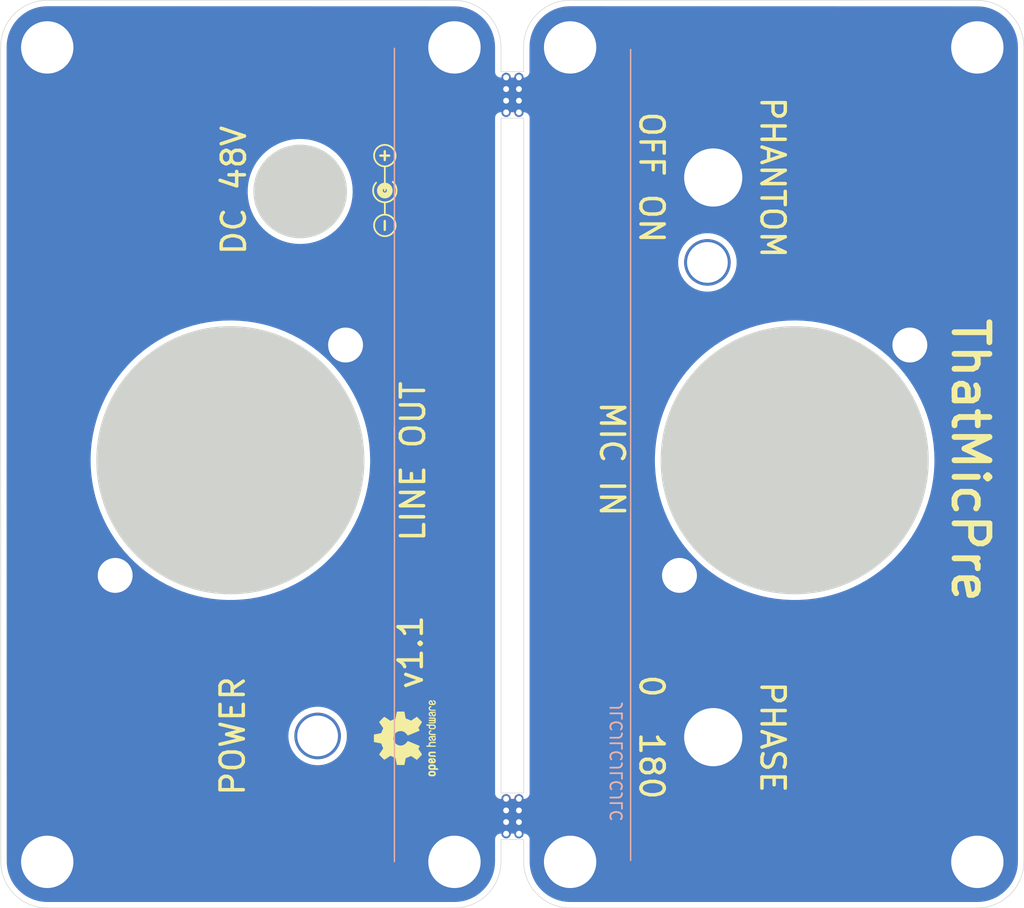
<source format=kicad_pcb>
(kicad_pcb (version 20211014) (generator pcbnew)
  (title_block (title "THAT MicPre Panels") (date "2020-04-13") (rev "1.1") (company "OJG"))
  (layers (0 "F.Cu" signal) (31 "B.Cu" signal) (34 "B.Paste" user) (35 "F.Paste" user) (36 "B.SilkS" user "B.Silkscreen") (37 "F.SilkS" user "F.Silkscreen") (38 "B.Mask" user) (39 "F.Mask" user) (44 "Edge.Cuts" user))
  (net 0 "")
  (net 1 "GND")
  (footprint "Symbol:OSHW-Logo2_7.3x6mm_SilkScreen" (layer "F.Cu") (at 137.6 117.9 90)
    (fp_text reference "REF**" hide)
    (fp_text value "OSHW-Logo2_7.3x6mm_SilkScreen" hide)
    (fp_poly (pts (xy 2.6526 1.958752) (xy 2.669948 1.966334) (xy 2.711356 1.999128) (xy 2.746765 2.046547) (xy 2.768664 2.097151) (xy 2.772229 2.122098) (xy 2.760279 2.156927) (xy 2.734067 2.175357) (xy 2.705964 2.186516) (xy 2.693095 2.188572) (xy 2.686829 2.173649) (xy 2.674456 2.141175) (xy 2.669028 2.126502) (xy 2.63859 2.075744) (xy 2.59452 2.050427) (xy 2.53801 2.051206) (xy 2.533825 2.052203) (xy 2.503655 2.066507) (xy 2.481476 2.094393) (xy 2.466327 2.139287) (xy 2.45725 2.204615) (xy 2.453286 2.293804) (xy 2.452914 2.341261) (xy 2.45273 2.416071) (xy 2.451522 2.467069) (xy 2.448309 2.499471) (xy 2.442109 2.518495) (xy 2.43194 2.529356) (xy 2.416819 2.537272) (xy 2.415946 2.53767) (xy 2.386828 2.549981) (xy 2.372403 2.554514) (xy 2.370186 2.540809) (xy 2.368289 2.502925) (xy 2.366847 2.445715) (xy 2.365998 2.374027) (xy 2.365829 2.321565) (xy 2.366692 2.220047) (xy 2.37007 2.143032) (xy 2.377142 2.086023) (xy 2.389088 2.044526) (xy 2.40709 2.014043) (xy 2.432327 1.99008) (xy 2.457247 1.973355) (xy 2.517171 1.951097) (xy 2.586911 1.946076) (xy 2.6526 1.958752)) (layer "F.SilkS") (width 0.01) (fill solid))
    (fp_poly (pts (xy -1.831697 1.931239) (xy -1.774473 1.969735) (xy -1.730251 2.025335) (xy -1.703833 2.096086) (xy -1.69849 2.148162) (xy -1.699097 2.169893) (xy -1.704178 2.186531) (xy -1.718145 2.201437) (xy -1.745411 2.217973) (xy -1.790388 2.239498) (xy -1.857489 2.269374) (xy -1.857829 2.269524) (xy -1.919593 2.297813) (xy -1.970241 2.322933) (xy -2.004596 2.342179) (xy -2.017482 2.352848) (xy -2.017486 2.352934) (xy -2.006128 2.376166) (xy -1.979569 2.401774) (xy -1.949077 2.420221) (xy -1.93363 2.423886) (xy -1.891485 2.411212) (xy -1.855192 2.379471) (xy -1.837483 2.344572) (xy -1.820448 2.318845) (xy -1.787078 2.289546) (xy -1.747851 2.264235) (xy -1.713244 2.250471) (xy -1.706007 2.249714) (xy -1.697861 2.26216) (xy -1.69737 2.293972) (xy -1.703357 2.336866) (xy -1.714643 2.382558) (xy -1.73005 2.422761) (xy -1.730829 2.424322) (xy -1.777196 2.489062) (xy -1.837289 2.533097) (xy -1.905535 2.554711) (xy -1.976362 2.552185) (xy -2.044196 2.523804) (xy -2.047212 2.521808) (xy -2.100573 2.473448) (xy -2.13566 2.410352) (xy -2.155078 2.327387) (xy -2.157684 2.304078) (xy -2.162299 2.194055) (xy -2.156767 2.142748) (xy -2.017486 2.142748) (xy -2.015676 2.174753) (xy -2.005778 2.184093) (xy -1.981102 2.177105) (xy -1.942205 2.160587) (xy -1.898725 2.139881) (xy -1.897644 2.139333) (xy -1.860791 2.119949) (xy -1.846 2.107013) (xy -1.849647 2.093451) (xy -1.865005 2.075632) (xy -1.904077 2.049845) (xy -1.946154 2.04795) (xy -1.983897 2.066717) (xy -2.009966 2.102915) (xy -2.017486 2.142748) (xy -2.156767 2.142748) (xy -2.152806 2.106027) (xy -2.12845 2.036212) (xy -2.094544 1.987302) (xy -2.033347 1.937878) (xy -1.965937 1.913359) (xy -1.89712 1.911797) (xy -1.831697 1.931239)) (layer "F.SilkS") (width 0.01) (fill solid))
    (fp_poly (pts (xy -2.400256 1.919918) (xy -2.344799 1.947568) (xy -2.295852 1.99848) (xy -2.282371 2.017338) (xy -2.267686 2.042015) (xy -2.258158 2.068816) (xy -2.252707 2.104587) (xy -2.250253 2.156169) (xy -2.249714 2.224267) (xy -2.252148 2.317588) (xy -2.260606 2.387657) (xy -2.276826 2.439931) (xy -2.302546 2.479869) (xy -2.339503 2.512929) (xy -2.342218 2.514886) (xy -2.37864 2.534908) (xy -2.422498 2.544815) (xy -2.478276 2.547257) (xy -2.568952 2.547257) (xy -2.56899 2.635283) (xy -2.569834 2.684308) (xy -2.574976 2.713065) (xy -2.588413 2.730311) (xy -2.614142 2.744808) (xy -2.620321 2.747769) (xy -2.649236 2.761648) (xy -2.671624 2.770414) (xy -2.688271 2.771171) (xy -2.699964 2.761023) (xy -2.70749 2.737073) (xy -2.711634 2.696426) (xy -2.713185 2.636186) (xy -2.712929 2.553455) (xy -2.711651 2.445339) (xy -2.711252 2.413) (xy -2.709815 2.301524) (xy -2.708528 2.228603) (xy -2.569029 2.228603) (xy -2.568245 2.290499) (xy -2.56476 2.330997) (xy -2.556876 2.357708) (xy -2.542895 2.378244) (xy -2.533403 2.38826) (xy -2.494596 2.417567) (xy -2.460237 2.419952) (xy -2.424784 2.39575) (xy -2.423886 2.394857) (xy -2.409461 2.376153) (xy -2.400687 2.350732) (xy -2.396261 2.311584) (xy -2.394882 2.251697) (xy -2.394857 2.23843) (xy -2.398188 2.155901) (xy -2.409031 2.098691) (xy -2.42866 2.063766) (xy -2.45835 2.048094) (xy -2.475509 2.046514) (xy -2.516234 2.053926) (xy -2.544168 2.07833) (xy -2.560983 2.12298) (xy -2.56835 2.19113) (xy -2.569029 2.228603) (xy -2.708528 2.228603) (xy -2.708292 2.215245) (xy -2.706323 2.150333) (xy -2.70355 2.102958) (xy -2.699612 2.06929) (xy -2.694151 2.045498) (xy -2.686808 2.027753) (xy -2.677223 2.012224) (xy -2.673113 2.006381) (xy -2.618595 1.951185) (xy -2.549664 1.91989) (xy -2.469928 1.911165) (xy -2.400256 1.919918)) (layer "F.SilkS") (width 0.01) (fill solid))
    (fp_poly (pts (xy -0.624114 1.851289) (xy -0.619861 1.910613) (xy -0.614975 1.945572) (xy -0.608205 1.96082) (xy -0.598298 1.961015) (xy -0.595086 1.959195) (xy -0.552356 1.946015) (xy -0.496773 1.946785) (xy -0.440263 1.960333) (xy -0.404918 1.977861) (xy -0.368679 2.005861) (xy -0.342187 2.037549) (xy -0.324001 2.077813) (xy -0.312678 2.131543) (xy -0.306778 2.203626) (xy -0.304857 2.298951) (xy -0.304823 2.317237) (xy -0.3048 2.522646) (xy -0.350509 2.53858) (xy -0.382973 2.54942) (xy -0.400785 2.554468) (xy -0.401309 2.554514) (xy -0.403063 2.540828) (xy -0.404556 2.503076) (xy -0.405674 2.446224) (xy -0.406303 2.375234) (xy -0.4064 2.332073) (xy -0.406602 2.246973) (xy -0.407642 2.185981) (xy -0.410169 2.144177) (xy -0.414836 2.116642) (xy -0.422293 2.098456) (xy -0.433189 2.084698) (xy -0.439993 2.078073) (xy -0.486728 2.051375) (xy -0.537728 2.049375) (xy -0.583999 2.071955) (xy -0.592556 2.080107) (xy -0.605107 2.095436) (xy -0.613812 2.113618) (xy -0.619369 2.139909) (xy -0.622474 2.179562) (xy -0.623824 2.237832) (xy -0.624114 2.318173) (xy -0.624114 2.522646) (xy -0.669823 2.53858) (xy -0.702287 2.54942) (xy -0.720099 2.554468) (xy -0.720623 2.554514) (xy -0.721963 2.540623) (xy -0.723172 2.501439) (xy -0.724199 2.4407) (xy -0.724998 2.362141) (xy -0.725519 2.269498) (xy -0.725714 2.166509) (xy -0.725714 1.769342) (xy -0.678543 1.749444) (xy -0.631371 1.729547) (xy -0.624114 1.851289)) (layer "F.SilkS") (width 0.01) (fill solid))
    (fp_poly (pts (xy 0.10391 -2.757652) (xy 0.182454 -2.757222) (xy 0.239298 -2.756058) (xy 0.278105 -2.753793) (xy 0.302538 -2.75006) (xy 0.316262 -2.744494) (xy 0.32294 -2.736727) (xy 0.326236 -2.726395) (xy 0.326556 -2.725057) (xy 0.331562 -2.700921) (xy 0.340829 -2.653299) (xy 0.353392 -2.587259) (xy 0.368287 -2.507872) (xy 0.384551 -2.420204) (xy 0.385119 -2.417125) (xy 0.40141 -2.331211) (xy 0.416652 -2.255304) (xy 0.429861 -2.193955) (xy 0.440054 -2.151718) (xy 0.446248 -2.133145) (xy 0.446543 -2.132816) (xy 0.464788 -2.123747) (xy 0.502405 -2.108633) (xy 0.551271 -2.090738) (xy 0.551543 -2.090642) (xy 0.613093 -2.067507) (xy 0.685657 -2.038035) (xy 0.754057 -2.008403) (xy 0.757294 -2.006938) (xy 0.868702 -1.956374) (xy 1.115399 -2.12484) (xy 1.191077 -2.176197) (xy 1.259631 -2.222111) (xy 1.317088 -2.25997) (xy 1.359476 -2.287163) (xy 1.382825 -2.301079) (xy 1.385042 -2.302111) (xy 1.40201 -2.297516) (xy 1.433701 -2.275345) (xy 1.481352 -2.234553) (xy 1.546198 -2.174095) (xy 1.612397 -2.109773) (xy 1.676214 -2.046388) (xy 1.733329 -1.988549) (xy 1.780305 -1.939825) (xy 1.813703 -1.90379) (xy 1.830085 -1.884016) (xy 1.830694 -1.882998) (xy 1.832505 -1.869428) (xy 1.825683 -1.847267) (xy 1.80854 -1.813522) (xy 1.779393 -1.7652) (xy 1.736555 -1.699308) (xy 1.679448 -1.614483) (xy 1.628766 -1.539823) (xy 1.583461 -1.47286) (xy 1.54615 -1.417484) (xy 1.519452 -1.37758) (xy 1.505985 -1.357038) (xy 1.505137 -1.355644) (xy 1.506781 -1.335962) (xy 1.519245 -1.297707) (xy 1.540048 -1.248111) (xy 1.547462 -1.232272) (xy 1.579814 -1.16171) (xy 1.614328 -1.081647) (xy 1.642365 -1.012371) (xy 1.662568 -0.960955) (xy 1.678615 -0.921881) (xy 1.687888 -0.901459) (xy 1.689041 -0.899886) (xy 1.706096 -0.897279) (xy 1.746298 -0.890137) (xy 1.804302 -0.879477) (xy 1.874763 -0.866315) (xy 1.952335 -0.851667) (xy 2.031672 -0.836551) (xy 2.107431 -0.821982) (xy 2.174264 -0.808978) (xy 2.226828 -0.798555) (xy 2.259776 -0.79173) (xy 2.267857 -0.789801) (xy 2.276205 -0.785038) (xy 2.282506 -0.774282) (xy 2.287045 -0.753902) (xy 2.290104 -0.720266) (xy 2.291967 -0.669745) (xy 2.292918 -0.598708) (xy 2.29324 -0.503524) (xy 2.293257 -0.464508) (xy 2.293257 -0.147201) (xy 2.217057 -0.132161) (xy 2.174663 -0.124005) (xy 2.1114 -0.112101) (xy 2.034962 -0.097884) (xy 1.953043 -0.08279) (xy 1.9304 -0.078645) (xy 1.854806 -0.063947) (xy 1.788953 -0.049495) (xy 1.738366 -0.036625) (xy 1.708574 -0.026678) (xy 1.703612 -0.023713) (xy 1.691426 -0.002717) (xy 1.673953 0.037967) (xy 1.654577 0.090322) (xy 1.650734 0.1016) (xy 1.625339 0.171523) (xy 1.593817 0.250418) (xy 1.562969 0.321266) (xy 1.562817 0.321595) (xy 1.511447 0.432733) (xy 1.680399 0.681253) (xy 1.849352 0.929772) (xy 1.632429 1.147058) (xy 1.566819 1.211726) (xy 1.506979 1.268733) (xy 1.456267 1.315033) (xy 1.418046 1.347584) (xy 1.395675 1.363343) (xy 1.392466 1.364343) (xy 1.373626 1.356469) (xy 1.33518 1.334578) (xy 1.28133 1.301267) (xy 1.216276 1.259131) (xy 1.14594 1.211943) (xy 1.074555 1.16381) (xy 1.010908 1.121928) (xy 0.959041 1.088871) (xy 0.922995 1.067218) (xy 0.906867 1.059543) (xy 0.887189 1.066037) (xy 0.849875 1.08315) (xy 0.802621 1.107326) (xy 0.797612 1.110013) (xy 0.733977 1.141927) (xy 0.690341 1.157579) (xy 0.663202 1.157745) (xy 0.649057 1.143204) (xy 0.648975 1.143) (xy 0.641905 1.125779) (xy 0.625042 1.084899) (xy 0.599695 1.023525) (xy 0.567171 0.944819) (xy 0.528778 0.851947) (xy 0.485822 0.748072) (xy 0.444222 0.647502) (xy 0.398504 0.536516) (xy 0.356526 0.433703) (xy 0.319548 0.342215) (xy 0.288827 0.265201) (xy 0.265622 0.205815) (xy 0.25119 0.167209) (xy 0.246743 0.1528) (xy 0.257896 0.136272) (xy 0.287069 0.10993) (xy 0.325971 0.080887) (xy 0.436757 -0.010961) (xy 0.523351 -0.116241) (xy 0.584716 -0.232734) (xy 0.619815 -0.358224) (xy 0.627608 -0.490493) (xy 0.621943 -0.551543) (xy 0.591078 -0.678205) (xy 0.53792 -0.790059) (xy 0.465767 -0.885999) (xy 0.377917 -0.964924) (xy 0.277665 -1.02573) (xy 0.16831 -1.067313) (xy 0.053147 -1.088572) (xy -0.064525 -1.088401) (xy -0.18141 -1.065699) (xy -0.294211 -1.019362) (xy -0.399631 -0.948287) (xy -0.443632 -0.908089) (xy -0.528021 -0.804871) (xy -0.586778 -0.692075) (xy -0.620296 -0.57299) (xy -0.628965 -0.450905) (xy -0.613177 -0.329107) (xy -0.573322 -0.210884) (xy -0.509793 -0.099525) (xy -0.422979 0.001684) (xy -0.325971 0.080887) (xy -0.285563 0.111162) (xy -0.257018 0.137219) (xy -0.246743 0.152825) (xy -0.252123 0.169843) (xy -0.267425 0.2105) (xy -0.291388 0.271642) (xy -0.322756 0.350119) (xy -0.360268 0.44278) (xy -0.402667 0.546472) (xy -0.444337 0.647526) (xy -0.49031 0.758607) (xy -0.532893 0.861541) (xy -0.570779 0.953165) (xy -0.60266 1.030316) (xy -0.627229 1.089831) (xy -0.64318 1.128544) (xy -0.64909 1.143) (xy -0.663052 1.157685) (xy -0.69006 1.157642) (xy -0.733587 1.142099) (xy -0.79711 1.110284) (xy -0.797612 1.110013) (xy -0.84544 1.085323) (xy -0.884103 1.067338) (xy -0.905905 1.059614) (xy -0.906867 1.059543) (xy -0.923279 1.067378) (xy -0.959513 1.089165) (xy -1.011526 1.122328) (xy -1.075275 1.164291) (xy -1.14594 1.211943) (xy -1.217884 1.260191) (xy -1.282726 1.302151) (xy -1.336265 1.335227) (xy -1.374303 1.356821) (xy -1.392467 1.364343) (xy -1.409192 1.354457) (xy -1.44282 1.326826) (xy -1.48999 1.284495) (xy -1.547342 1.230505) (xy -1.611516 1.167899) (xy -1.632503 1.146983) (xy -1.849501 0.929623) (xy -1.684332 0.68722) (xy -1.634136 0.612781) (xy -1.590081 0.545972) (xy -1.554638 0.490665) (xy -1.530281 0.450729) (xy -1.519478 0.430036) (xy -1.519162 0.428563) (xy -1.524857 0.409058) (xy -1.540174 0.369822) (xy -1.562463 0.31743) (xy -1.578107 0.282355) (xy -1.607359 0.215201) (xy -1.634906 0.147358) (xy -1.656263 0.090034) (xy -1.662065 0.072572) (xy -1.678548 0.025938) (xy -1.69466 -0.010095) (xy -1.70351 -0.023713) (xy -1.72304 -0.032048) (xy -1.765666 -0.043863) (xy -1.825855 -0.057819) (xy -1.898078 -0.072578) (xy -1.9304 -0.078645) (xy -2.012478 -0.093727) (xy -2.091205 -0.108331) (xy -2.158891 -0.12102) (xy -2.20784 -0.130358) (xy -2.217057 -0.132161) (xy -2.293257 -0.147201) (xy -2.293257 -0.464508) (xy -2.293086 -0.568846) (xy -2.292384 -0.647787) (xy -2.290866 -0.704962) (xy -2.288251 -0.744001) (xy -2.284254 -0.768535) (xy -2.278591 -0.782195) (xy -2.27098 -0.788611) (xy -2.267857 -0.789801) (xy -2.249022 -0.79402) (xy -2.207412 -0.802438) (xy -2.14837 -0.814039) (xy -2.077243 -0.827805) (xy -1.999375 -0.84272) (xy -1.920113 -0.857768) (xy -1.844802 -0.871931) (xy -1.778787 -0.884194) (xy -1.727413 -0.893539) (xy -1.696025 -0.89895) (xy -1.689041 -0.899886) (xy -1.682715 -0.912404) (xy -1.66871 -0.945754) (xy -1.649645 -0.993623) (xy -1.642366 -1.012371) (xy -1.613004 -1.084805) (xy -1.578429 -1.16483) (xy -1.547463 -1.232272) (xy -1.524677 -1.283841) (xy -1.509518 -1.326215) (xy -1.504458 -1.352166) (xy -1.505264 -1.355644) (xy -1.515959 -1.372064) (xy -1.54038 -1.408583) (xy -1.575905 -1.461313) (xy -1.619913 -1.526365) (xy -1.669783 -1.599849) (xy -1.679644 -1.614355) (xy -1.737508 -1.700296) (xy -1.780044 -1.765739) (xy -1.808946 -1.813696) (xy -1.82591 -1.84718) (xy -1.832633 -1.869205) (xy -1.83081 -1.882783) (xy -1.830764 -1.882869) (xy -1.816414 -1.900703) (xy -1.784677 -1.935183) (xy -1.73899 -1.982732) (xy -1.682796 -2.039778) (xy -1.619532 -2.102745) (xy -1.612398 -2.109773) (xy -1.53267 -2.18698) (xy -1.471143 -2.24367) (xy -1.426579 -2.28089) (xy -1.397743 -2.299685) (xy -1.385042 -2.302111) (xy -1.366506 -2.291529) (xy -1.328039 -2.267084) (xy -1.273614 -2.231388) (xy -1.207202 -2.187053) (xy -1.132775 -2.136689) (xy -1.115399 -2.12484) (xy -0.868703 -1.956374) (xy -0.757294 -2.006938) (xy -0.689543 -2.036405) (xy -0.616817 -2.066041) (xy -0.554297 -2.08967) (xy -0.551543 -2.090642) (xy -0.50264 -2.108543) (xy -0.464943 -2.12368) (xy -0.446575 -2.13279) (xy -0.446544 -2.132816) (xy -0.440715 -2.149283) (xy -0.430808 -2.189781) (xy -0.417805 -2.249758) (xy -0.402691 -2.32466) (xy -0.386448 -2.409936) (xy -0.385119 -2.417125) (xy -0.368825 -2.504986) (xy -0.353867 -2.58474) (xy -0.341209 -2.651319) (xy -0.331814 -2.699653) (xy -0.326646 -2.724675) (xy -0.326556 -2.725057) (xy -0.323411 -2.735701) (xy -0.317296 -2.743738) (xy -0.304547 -2.749533) (xy -0.2815 -2.753453) (xy -0.244491 -2.755865) (xy -0.189856 -2.757135) (xy -0.113933 -2.757629) (xy -0.013056 -2.757714) (xy 0 -2.757714) (xy 0.10391 -2.757652)) (layer "F.SilkS") (width 0.01) (fill solid))
    (fp_poly (pts (xy -2.958885 1.921962) (xy -2.890855 1.957733) (xy -2.840649 2.015301) (xy -2.822815 2.052312) (xy -2.808937 2.107882) (xy -2.801833 2.178096) (xy -2.80116 2.254727) (xy -2.806573 2.329552) (xy -2.81773 2.394342) (xy -2.834286 2.440873) (xy -2.839374 2.448887) (xy -2.899645 2.508707) (xy -2.971231 2.544535) (xy -3.048908 2.55502) (xy -3.127452 2.53881) (xy -3.149311 2.529092) (xy -3.191878 2.499143) (xy -3.229237 2.459433) (xy -3.232768 2.454397) (xy -3.247119 2.430124) (xy -3.256606 2.404178) (xy -3.26221 2.370022) (xy -3.264914 2.321119) (xy -3.265701 2.250935) (xy -3.265714 2.2352) (xy -3.265678 2.230192) (xy -3.120571 2.230192) (xy -3.119727 2.29643) (xy -3.116404 2.340386) (xy -3.109417 2.368779) (xy -3.097584 2.388325) (xy -3.091543 2.394857) (xy -3.056814 2.41968) (xy -3.023097 2.418548) (xy -2.989005 2.397016) (xy -2.968671 2.374029) (xy -2.956629 2.340478) (xy -2.949866 2.287569) (xy -2.949402 2.281399) (xy -2.948248 2.185513) (xy -2.960312 2.114299) (xy -2.98543 2.068194) (xy -3.02344 2.047635) (xy -3.037008 2.046514) (xy -3.072636 2.052152) (xy -3.097006 2.071686) (xy -3.111907 2.109042) (xy -3.119125 2.16815) (xy -3.120571 2.230192) (xy -3.265678 2.230192) (xy -3.265174 2.160413) (xy -3.262904 2.108159) (xy -3.257932 2.071949) (xy -3.249287 2.045299) (xy -3.235995 2.021722) (xy -3.233057 2.017338) (xy -3.183687 1.958249) (xy -3.129891 1.923947) (xy -3.064398 1.910331) (xy -3.042158 1.909665) (xy -2.958885 1.921962)) (layer "F.SilkS") (width 0.01) (fill solid))
    (fp_poly (pts (xy 1.190117 2.065358) (xy 1.189933 2.173837) (xy 1.189219 2.257287) (xy 1.187675 2.319704) (xy 1.185001 2.365085) (xy 1.180894 2.397429) (xy 1.175055 2.420733) (xy 1.167182 2.438995) (xy 1.161221 2.449418) (xy 1.111855 2.505945) (xy 1.049264 2.541377) (xy 0.980013 2.55409) (xy 0.910668 2.542463) (xy 0.869375 2.521568) (xy 0.826025 2.485422) (xy 0.796481 2.441276) (xy 0.778655 2.383462) (xy 0.770463 2.306313) (xy 0.769302 2.249714) (xy 0.769458 2.245647) (xy 0.870857 2.245647) (xy 0.871476 2.31055) (xy 0.874314 2.353514) (xy 0.88084 2.381622) (xy 0.892523 2.401953) (xy 0.906483 2.417288) (xy 0.953365 2.44689) (xy 1.003701 2.449419) (xy 1.051276 2.424705) (xy 1.054979 2.421356) (xy 1.070783 2.403935) (xy 1.080693 2.383209) (xy 1.086058 2.352362) (xy 1.088228 2.304577) (xy 1.088571 2.251748) (xy 1.087827 2.185381) (xy 1.084748 2.141106) (xy 1.078061 2.112009) (xy 1.066496 2.091173) (xy 1.057013 2.080107) (xy 1.01296 2.052198) (xy 0.962224 2.048843) (xy 0.913796 2.070159) (xy 0.90445 2.078073) (xy 0.88854 2.095647) (xy 0.87861 2.116587) (xy 0.873278 2.147782) (xy 0.871163 2.196122) (xy 0.870857 2.245647) (xy 0.769458 2.245647) (xy 0.77281 2.158568) (xy 0.784726 2.090086) (xy 0.807135 2.0386) (xy 0.842124 1.998443) (xy 0.869375 1.977861) (xy 0.918907 1.955625) (xy 0.976316 1.945304) (xy 1.029682 1.948067) (xy 1.059543 1.959212) (xy 1.071261 1.962383) (xy 1.079037 1.950557) (xy 1.084465 1.918866) (xy 1.088571 1.870593) (xy 1.093067 1.816829) (xy 1.099313 1.784482) (xy 1.110676 1.765985) (xy 1.130528 1.75377) (xy 1.143 1.748362) (xy 1.190171 1.728601) (xy 1.190117 2.065358)) (layer "F.SilkS") (width 0.01) (fill solid))
    (fp_poly (pts (xy 3.153595 1.966966) (xy 3.211021 2.004497) (xy 3.238719 2.038096) (xy 3.260662 2.099064) (xy 3.262405 2.147308) (xy 3.258457 2.211816) (xy 3.109686 2.276934) (xy 3.037349 2.310202) (xy 2.990084 2.336964) (xy 2.965507 2.360144) (xy 2.961237 2.382667) (xy 2.974889 2.407455) (xy 2.989943 2.423886) (xy 3.033746 2.450235) (xy 3.081389 2.452081) (xy 3.125145 2.431546) (xy 3.157289 2.390752) (xy 3.163038 2.376347) (xy 3.190576 2.331356) (xy 3.222258 2.312182) (xy 3.265714 2.295779) (xy 3.265714 2.357966) (xy 3.261872 2.400283) (xy 3.246823 2.435969) (xy 3.21528 2.476943) (xy 3.210592 2.482267) (xy 3.175506 2.51872) (xy 3.145347 2.538283) (xy 3.107615 2.547283) (xy 3.076335 2.55023) (xy 3.020385 2.550965) (xy 2.980555 2.54166) (xy 2.955708 2.527846) (xy 2.916656 2.497467) (xy 2.889625 2.464613) (xy 2.872517 2.423294) (xy 2.863238 2.367521) (xy 2.859693 2.291305) (xy 2.85941 2.252622) (xy 2.860372 2.206247) (xy 2.948007 2.206247) (xy 2.949023 2.231126) (xy 2.951556 2.2352) (xy 2.968274 2.229665) (xy 3.004249 2.215017) (xy 3.052331 2.19419) (xy 3.062386 2.189714) (xy 3.123152 2.158814) (xy 3.156632 2.131657) (xy 3.16399 2.10622) (xy 3.146391 2.080481) (xy 3.131856 2.069109) (xy 3.07941 2.046364) (xy 3.030322 2.050122) (xy 2.989227 2.077884) (xy 2.960758 2.127152) (xy 2.951631 2.166257) (xy 2.948007 2.206247) (xy 2.860372 2.206247) (xy 2.861285 2.162249) (xy 2.868196 2.095384) (xy 2.881884 2.046695) (xy 2.904096 2.010849) (xy 2.936574 1.982513) (xy 2.950733 1.973355) (xy 3.015053 1.949507) (xy 3.085473 1.948006) (xy 3.153595 1.966966)) (layer "F.SilkS") (width 0.01) (fill solid))
    (fp_poly (pts (xy 0.039744 1.950968) (xy 0.096616 1.972087) (xy 0.097267 1.972493) (xy 0.13244 1.99838) (xy 0.158407 2.028633) (xy 0.17667 2.068058) (xy 0.188732 2.121462) (xy 0.196096 2.193651) (xy 0.200264 2.289432) (xy 0.200629 2.303078) (xy 0.205876 2.508842) (xy 0.161716 2.531678) (xy 0.129763 2.54711) (xy 0.11047 2.554423) (xy 0.109578 2.554514) (xy 0.106239 2.541022) (xy 0.103587 2.504626) (xy 0.101956 2.451452) (xy 0.1016 2.408393) (xy 0.101592 2.338641) (xy 0.098403 2.294837) (xy 0.087288 2.273944) (xy 0.063501 2.272925) (xy 0.022296 2.288741) (xy -0.039914 2.317815) (xy -0.085659 2.341963) (xy -0.109187 2.362913) (xy -0.116104 2.385747) (xy -0.116114 2.386877) (xy -0.104701 2.426212) (xy -0.070908 2.447462) (xy -0.019191 2.450539) (xy 0.018061 2.450006) (xy 0.037703 2.460735) (xy 0.049952 2.486505) (xy 0.057002 2.519337) (xy 0.046842 2.537966) (xy 0.043017 2.540632) (xy 0.007001 2.55134) (xy -0.043434 2.552856) (xy -0.095374 2.545759) (xy -0.132178 2.532788) (xy -0.183062 2.489585) (xy -0.211986 2.429446) (xy -0.217714 2.382462) (xy -0.213343 2.340082) (xy -0.197525 2.305488) (xy -0.166203 2.274763) (xy -0.115322 2.24399) (xy -0.040824 2.209252) (xy -0.036286 2.207288) (xy 0.030821 2.176287) (xy 0.072232 2.150862) (xy 0.089981 2.128014) (xy 0.086107 2.104745) (xy 0.062643 2.078056) (xy 0.055627 2.071914) (xy 0.00863 2.0481) (xy -0.040067 2.049103) (xy -0.082478 2.072451) (xy -0.110616 2.115675) (xy -0.113231 2.12416) (xy -0.138692 2.165308) (xy -0.170999 2.185128) (xy -0.217714 2.20477) (xy -0.217714 2.15395) (xy -0.203504 2.080082) (xy -0.161325 2.012327) (xy -0.139376 1.989661) (xy -0.089483 1.960569) (xy -0.026033 1.9474) (xy 0.039744 1.950968)) (layer "F.SilkS") (width 0.01) (fill solid))
    (fp_poly (pts (xy 2.144876 1.956335) (xy 2.186667 1.975344) (xy 2.219469 1.998378) (xy 2.243503 2.024133) (xy 2.260097 2.057358) (xy 2.270577 2.1028) (xy 2.276271 2.165207) (xy 2.278507 2.249327) (xy 2.278743 2.304721) (xy 2.278743 2.520826) (xy 2.241774 2.53767) (xy 2.212656 2.549981) (xy 2.198231 2.554514) (xy 2.195472 2.541025) (xy 2.193282 2.504653) (xy 2.191942 2.451542) (xy 2.191657 2.409372) (xy 2.190434 2.348447) (xy 2.187136 2.300115) (xy 2.182321 2.270518) (xy 2.178496 2.264229) (xy 2.152783 2.270652) (xy 2.112418 2.287125) (xy 2.065679 2.309458) (xy 2.020845 2.333457) (xy 1.986193 2.35493) (xy 1.970002 2.369685) (xy 1.969938 2.369845) (xy 1.97133 2.397152) (xy 1.983818 2.423219) (xy 2.005743 2.444392) (xy 2.037743 2.451474) (xy 2.065092 2.450649) (xy 2.103826 2.450042) (xy 2.124158 2.459116) (xy 2.136369 2.483092) (xy 2.137909 2.487613) (xy 2.143203 2.521806) (xy 2.129047 2.542568) (xy 2.092148 2.552462) (xy 2.052289 2.554292) (xy 1.980562 2.540727) (xy 1.943432 2.521355) (xy 1.897576 2.475845) (xy 1.873256 2.419983) (xy 1.871073 2.360957) (xy 1.891629 2.305953) (xy 1.922549 2.271486) (xy 1.95342 2.252189) (xy 2.001942 2.227759) (xy 2.058485 2.202985) (xy 2.06791 2.199199) (xy 2.130019 2.171791) (xy 2.165822 2.147634) (xy 2.177337 2.123619) (xy 2.16658 2.096635) (xy 2.148114 2.075543) (xy 2.104469 2.049572) (xy 2.056446 2.047624) (xy 2.012406 2.067637) (xy 1.980709 2.107551) (xy 1.976549 2.117848) (xy 1.952327 2.155724) (xy 1.916965 2.183842) (xy 1.872343 2.206917) (xy 1.872343 2.141485) (xy 1.874969 2.101506) (xy 1.88623 2.069997) (xy 1.911199 2.036378) (xy 1.935169 2.010484) (xy 1.972441 1.973817) (xy 2.001401 1.954121) (xy 2.032505 1.94622) (xy 2.067713 1.944914) (xy 2.144876 1.956335)) (layer "F.SilkS") (width 0.01) (fill solid))
    (fp_poly (pts (xy -1.283907 1.92778) (xy -1.237328 1.954723) (xy -1.204943 1.981466) (xy -1.181258 2.009484) (xy -1.164941 2.043748) (xy -1.154661 2.089227) (xy -1.149086 2.150892) (xy -1.146884 2.233711) (xy -1.146629 2.293246) (xy -1.146629 2.512391) (xy -1.208314 2.540044) (xy -1.27 2.567697) (xy -1.277257 2.32767) (xy -1.280256 2.238028) (xy -1.283402 2.172962) (xy -1.287299 2.128026) (xy -1.292553 2.09877) (xy -1.299769 2.080748) (xy -1.30955 2.069511) (xy -1.312688 2.067079) (xy -1.360239 2.048083) (xy -1.408303 2.0556) (xy -1.436914 2.075543) (xy -1.448553 2.089675) (xy -1.456609 2.10822) (xy -1.461729 2.136334) (xy -1.464559 2.179173) (xy -1.465744 2.241895) (xy -1.465943 2.307261) (xy -1.465982 2.389268) (xy -1.467386 2.447316) (xy -1.472086 2.486465) (xy -1.482013 2.51178) (xy -1.499097 2.528323) (xy -1.525268 2.541156) (xy -1.560225 2.554491) (xy -1.598404 2.569007) (xy -1.593859 2.311389) (xy -1.592029 2.218519) (xy -1.589888 2.149889) (xy -1.586819 2.100711) (xy -1.582206 2.066198) (xy -1.575432 2.041562) (xy -1.565881 2.022016) (xy -1.554366 2.00477) (xy -1.49881 1.94968) (xy -1.43102 1.917822) (xy -1.357287 1.910191) (xy -1.283907 1.92778)) (layer "F.SilkS") (width 0.01) (fill solid))
    (fp_poly (pts (xy 0.529926 1.949755) (xy 0.595858 1.974084) (xy 0.649273 2.017117) (xy 0.670164 2.047409) (xy 0.692939 2.102994) (xy 0.692466 2.143186) (xy 0.668562 2.170217) (xy 0.659717 2.174813) (xy 0.62153 2.189144) (xy 0.602028 2.185472) (xy 0.595422 2.161407) (xy 0.595086 2.148114) (xy 0.582992 2.09921) (xy 0.551471 2.064999) (xy 0.507659 2.048476) (xy 0.458695 2.052634) (xy 0.418894 2.074227) (xy 0.40545 2.086544) (xy 0.395921 2.101487) (xy 0.389485 2.124075) (xy 0.385317 2.159328) (xy 0.382597 2.212266) (xy 0.380502 2.287907) (xy 0.37996 2.311857) (xy 0.377981 2.39379) (xy 0.375731 2.451455) (xy 0.372357 2.489608) (xy 0.367006 2.513004) (xy 0.358824 2.526398) (xy 0.346959 2.534545) (xy 0.339362 2.538144) (xy 0.307102 2.550452) (xy 0.288111 2.554514) (xy 0.281836 2.540948) (xy 0.278006 2.499934) (xy 0.2766 2.430999) (xy 0.277598 2.333669) (xy 0.277908 2.318657) (xy 0.280101 2.229859) (xy 0.282693 2.165019) (xy 0.286382 2.119067) (xy 0.291864 2.086935) (xy 0.299835 2.063553) (xy 0.310993 2.043852) (xy 0.31683 2.03541) (xy 0.350296 1.998057) (xy 0.387727 1.969003) (xy 0.392309 1.966467) (xy 0.459426 1.946443) (xy 0.529926 1.949755)) (layer "F.SilkS") (width 0.01) (fill solid))
    (fp_poly (pts (xy 1.779833 1.958663) (xy 1.782048 1.99685) (xy 1.783784 2.054886) (xy 1.784899 2.12818) (xy 1.785257 2.205055) (xy 1.785257 2.465196) (xy 1.739326 2.511127) (xy 1.707675 2.539429) (xy 1.67989 2.550893) (xy 1.641915 2.550168) (xy 1.62684 2.548321) (xy 1.579726 2.542948) (xy 1.540756 2.539869) (xy 1.531257 2.539585) (xy 1.499233 2.541445) (xy 1.453432 2.546114) (xy 1.435674 2.548321) (xy 1.392057 2.551735) (xy 1.362745 2.54432) (xy 1.33368 2.521427) (xy 1.323188 2.511127) (xy 1.277257 2.465196) (xy 1.277257 1.978602) (xy 1.314226 1.961758) (xy 1.346059 1.949282) (xy 1.364683 1.944914) (xy 1.369458 1.958718) (xy 1.373921 1.997286) (xy 1.377775 2.056356) (xy 1.380722 2.131663) (xy 1.382143 2.195286) (xy 1.386114 2.445657) (xy 1.420759 2.450556) (xy 1.452268 2.447131) (xy 1.467708 2.436041) (xy 1.472023 2.415308) (xy 1.475708 2.371145) (xy 1.478469 2.309146) (xy 1.480012 2.234909) (xy 1.480235 2.196706) (xy 1.480457 1.976783) (xy 1.526166 1.960849) (xy 1.558518 1.950015) (xy 1.576115 1.944962) (xy 1.576623 1.944914) (xy 1.578388 1.958648) (xy 1.580329 1.99673) (xy 1.582282 2.054482) (xy 1.584084 2.127227) (xy 1.585343 2.195286) (xy 1.589314 2.445657) (xy 1.6764 2.445657) (xy 1.680396 2.21724) (xy 1.684392 1.988822) (xy 1.726847 1.966868) (xy 1.758192 1.951793) (xy 1.776744 1.944951) (xy 1.777279 1.944914) (xy 1.779833 1.958663)) (layer "F.SilkS") (width 0.01) (fill solid))
  )
  (footprint "Symbol:Symbol_Barrel_Polarity" (layer "F.Cu") (at 135.7 70.821 90)
    (fp_text reference "LOGO4" hide)
    (fp_text value "SYM_Arrow_Normal")
    (fp_line (start -2 0.075) (end -1.1 0.075) (layer "F.SilkS") (width 0.15))
    (fp_line (start 0 0.075) (end 2 0.075) (layer "F.SilkS") (width 0.15))
    (fp_arc (start 0.75 0.75) (mid -1.007627 0.128033) (end 0.675 -0.675) (layer "F.SilkS") (width 0.15))
    (fp_circle (center 3 0.075) (end 3 1) (layer "F.SilkS") (width 0.15) (fill none))
    (fp_circle (center -3 0.075) (end -3 1) (layer "F.SilkS") (width 0.15) (fill none))
    (fp_circle (center 0 0.075) (end 0 0.25) (layer "F.SilkS") (width 0.5) (fill none))
  )
  (gr_line (start 136.6 91.1) (end 136.6 128.5) (layer "B.SilkS") (width 0.12))
  (gr_line (start 136.6 96.2) (end 136.6 58.6) (layer "B.SilkS") (width 0.12))
  (gr_line (start 156.9 128.4) (end 156.9 58.7) (layer "B.SilkS") (width 0.12))
  (gr_line (start 145.76 64.6) (end 147.71 64.6) (layer "Edge.Cuts") (width 0.05))
  (gr_arc (start 151.7 132.48) (mid 148.878644 131.311356) (end 147.71 128.49) (layer "Edge.Cuts") (width 0.05))
  (gr_line (start 102.76 93.484) (end 102.77 128.49) (layer "Edge.Cuts") (width 0.05))
  (gr_circle (center 122.5 94) (end 134 94) (layer "Edge.Cuts") (width 0.05) (fill solid))
  (gr_line (start 151.7 132.48) (end 186.7 132.48) (layer "Edge.Cuts") (width 0.05))
  (gr_line (start 106.76 132.48) (end 141.76 132.48) (layer "Edge.Cuts") (width 0.05))
  (gr_line (start 145.76 126.6) (end 147.71 126.6) (layer "Edge.Cuts") (width 0.05))
  (gr_line (start 102.76 93.484) (end 102.76 58.47) (layer "Edge.Cuts") (width 0.05))
  (gr_line (start 145.76 60.6) (end 145.76 58.48) (layer "Edge.Cuts") (width 0.05))
  (gr_arc (start 106.76 132.48) (mid 103.938644 131.311356) (end 102.77 128.49) (layer "Edge.Cuts") (width 0.05))
  (gr_line (start 147.71 126.6) (end 147.71 128.49) (layer "Edge.Cuts") (width 0.05))
  (gr_circle (center 128.5 70.9) (end 132.5 70.9) (layer "Edge.Cuts") (width 0.05) (fill solid))
  (gr_arc (start 102.76 58.47) (mid 103.931573 55.641573) (end 106.76 54.47) (layer "Edge.Cuts") (width 0.05))
  (gr_line (start 190.7 128.48) (end 190.7 58.48) (layer "Edge.Cuts") (width 0.05))
  (gr_line (start 145.76 128.48) (end 145.76 126.6) (layer "Edge.Cuts") (width 0.05))
  (gr_arc (start 186.7 54.48) (mid 189.528427 55.651573) (end 190.7 58.48) (layer "Edge.Cuts") (width 0.05))
  (gr_line (start 151.7 54.47) (end 186.7 54.48) (layer "Edge.Cuts") (width 0.05))
  (gr_line (start 147.7 58.47) (end 147.7 60.6) (layer "Edge.Cuts") (width 0.05))
  (gr_arc (start 147.7 58.47) (mid 148.871573 55.641573) (end 151.7 54.47) (layer "Edge.Cuts") (width 0.05))
  (gr_arc (start 190.7 128.48) (mid 189.528427 131.308427) (end 186.7 132.48) (layer "Edge.Cuts") (width 0.05))
  (gr_arc (start 141.76 54.48) (mid 144.588427 55.651573) (end 145.76 58.48) (layer "Edge.Cuts") (width 0.05))
  (gr_arc (start 145.76 128.48) (mid 144.588427 131.308427) (end 141.76 132.48) (layer "Edge.Cuts") (width 0.05))
  (gr_line (start 147.7 60.6) (end 145.76 60.6) (layer "Edge.Cuts") (width 0.05))
  (gr_line (start 145.76 122.6) (end 145.76 64.6) (layer "Edge.Cuts") (width 0.05))
  (gr_line (start 106.76 54.47) (end 141.76 54.48) (layer "Edge.Cuts") (width 0.05))
  (gr_circle (center 171 94) (end 182.5 94) (layer "Edge.Cuts") (width 0.05) (fill solid))
  (gr_line (start 145.76 122.6) (end 147.71 122.6) (layer "Edge.Cuts") (width 0.05))
  (gr_line (start 147.71 64.6) (end 147.71 122.6) (layer "Edge.Cuts") (width 0.05))
  (gr_text "JLCJLCJLCJLC" (at 155.7 119.9 90) (layer "B.SilkS") (effects (font (size 1 1)) (justify mirror)))
  (gr_text "+" (at 135.7 67.821 90) (layer "F.SilkS") (effects (font (size 1 1) (thickness 0.2))))
  (gr_text "PHASE" (at 169.1 117.8 270) (layer "F.SilkS") (effects (font (size 2 2) (thickness 0.3))))
  (gr_text "-" (at 135.7 73.821 90) (layer "F.SilkS") (effects (font (size 1 1) (thickness 0.2))))
  (gr_text "DC 48V" (at 122.8 70.8 90) (layer "F.SilkS") (effects (font (size 2 2) (thickness 0.3))))
  (gr_text "OFF ON" (at 158.7 69.7 270) (layer "F.SilkS") (effects (font (size 2 2) (thickness 0.3))))
  (gr_text "MIC IN" (at 155.3 93.9 270) (layer "F.SilkS") (effects (font (size 2 2) (thickness 0.3))))
  (gr_text "LINE OUT" (at 138.2 94.1 90) (layer "F.SilkS") (effects (font (size 2 2) (thickness 0.3))))
  (gr_text "POWER" (at 122.7 117.7 90) (layer "F.SilkS") (effects (font (size 2 2) (thickness 0.3))))
  (gr_text "v1.1" (at 138 110.5 90) (layer "F.SilkS") (effects (font (size 2 2) (thickness 0.3))))
  (gr_text "PHANTOM" (at 169.1 69.7 270) (layer "F.SilkS") (effects (font (size 2 2) (thickness 0.3))))
  (gr_text "0  180" (at 158.7 117.8 270) (layer "F.SilkS") (effects (font (size 2 2) (thickness 0.3))))
  (gr_text "ThatMicPre" (at 186.1 94 270) (layer "F.SilkS") (effects (font (size 3 3) (thickness 0.5))))
  (via (at 130 117.7) (size 4) (drill 3.5) (layers "F.Cu" "B.Cu") (net 0))
  (via (at 163.5 77) (size 4) (drill 3.5) (layers "F.Cu" "B.Cu") (net 0))
  (via (at 147.3 61.1) (size 0.8) (drill 0.5) (layers "F.Cu" "B.Cu") (net 1))
  (via (at 147.3 124.1) (size 0.8) (drill 0.5) (layers "F.Cu" "B.Cu") (net 1))
  (via (at 147.3 62.1) (size 0.8) (drill 0.5) (layers "F.Cu" "B.Cu") (net 1))
  (via (at 146.2 61.1) (size 0.8) (drill 0.5) (layers "F.Cu" "B.Cu") (net 1))
  (via (at 146.2 125.1) (size 0.8) (drill 0.5) (layers "F.Cu" "B.Cu") (net 1))
  (via (at 146.2 124.1) (size 0.8) (drill 0.5) (layers "F.Cu" "B.Cu") (net 1))
  (via (at 147.3 125.1) (size 0.8) (drill 0.5) (layers "F.Cu" "B.Cu") (net 1))
  (via (at 151.7 128.52) (size 6) (drill 4.5) (layers "F.Cu" "B.Cu") (net 1))
  (via (at 106.76 58.52) (size 6) (drill 4.5) (layers "F.Cu" "B.Cu") (net 1))
  (via (at 147.3 64.1) (size 0.8) (drill 0.5) (layers "F.Cu" "B.Cu") (net 1))
  (via (at 132.4 84.1) (size 3.3) (drill 3) (layers "F.Cu" "B.Cu") (net 1))
  (via (at 146.2 126.1) (size 0.8) (drill 0.5) (layers "F.Cu" "B.Cu") (net 1))
  (via (at 186.7 58.52) (size 6) (drill 4.5) (layers "F.Cu" "B.Cu") (net 1))
  (via (at 146.2 64.1) (size 0.8) (drill 0.5) (layers "F.Cu" "B.Cu") (net 1))
  (via (at 146.2 62.1) (size 0.8) (drill 0.5) (layers "F.Cu" "B.Cu") (net 1))
  (via (at 146.2 63.1) (size 0.8) (drill 0.5) (layers "F.Cu" "B.Cu") (net 1))
  (via (at 164 117.8) (size 5.5) (drill 5) (layers "F.Cu" "B.Cu") (net 1))
  (via (at 147.3 63.1) (size 0.8) (drill 0.5) (layers "F.Cu" "B.Cu") (net 1))
  (via (at 106.76 128.52) (size 6) (drill 4.5) (layers "F.Cu" "B.Cu") (net 1))
  (via (at 146.2 123.1) (size 0.8) (drill 0.5) (layers "F.Cu" "B.Cu") (net 1))
  (via (at 112.6 103.9) (size 3.3) (drill 3) (layers "F.Cu" "B.Cu") (net 1))
  (via (at 186.7 128.52) (size 6) (drill 4.5) (layers "F.Cu" "B.Cu") (net 1))
  (via (at 147.3 123.1) (size 0.8) (drill 0.5) (layers "F.Cu" "B.Cu") (net 1))
  (via (at 141.76 58.52) (size 6) (drill 4.5) (layers "F.Cu" "B.Cu") (net 1))
  (via (at 151.7 58.52) (size 6) (drill 4.5) (layers "F.Cu" "B.Cu") (net 1))
  (via (at 164 69.7) (size 5.5) (drill 5) (layers "F.Cu" "B.Cu") (net 1))
  (via (at 180.9 84.1) (size 3.3) (drill 3) (layers "F.Cu" "B.Cu") (net 1))
  (via (at 141.76 128.52) (size 6) (drill 4.5) (layers "F.Cu" "B.Cu") (net 1))
  (via (at 161.1 103.9) (size 3.3) (drill 3) (layers "F.Cu" "B.Cu") (net 1))
  (via (at 147.3 126.1) (size 0.8) (drill 0.5) (layers "F.Cu" "B.Cu") (net 1))
  (zone (net 1) (net_name "GND") (layer "B.Cu") (connect_pads yes (clearance 0.508)) (min_thickness 0.254) (fill yes (thermal_gap 0.508) (thermal_bridge_width 0.508) (island_removal_mode 1) (island_area_min 0))
    (polygon (pts (xy 190.7 132.38) (xy 102.7 132.4) (xy 102.7 54.5) (xy 190.7 54.47)))
  )
)
</source>
